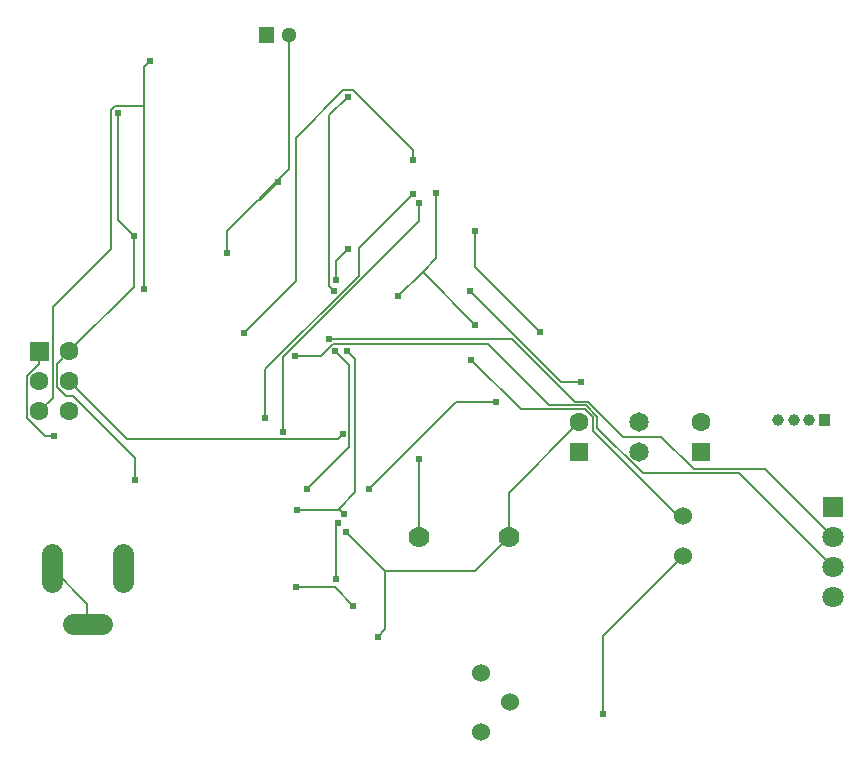
<source format=gbl>
G04 Layer: BottomLayer*
G04 EasyEDA v6.4.7, 2020-10-11T20:05:18--4:00*
G04 e6b0d2e49f2c434995fed72e9f85cac0,1eb4b4baf0c945e885b29d49d8d6ac6e,10*
G04 Gerber Generator version 0.2*
G04 Scale: 100 percent, Rotated: No, Reflected: No *
G04 Dimensions in millimeters *
G04 leading zeros omitted , absolute positions ,3 integer and 3 decimal *
%FSLAX33Y33*%
%MOMM*%
G90*
D02*

%ADD11C,0.159995*%
%ADD16C,0.610006*%
%ADD35C,0.999998*%
%ADD36C,1.524000*%
%ADD37C,1.778000*%
%ADD39C,1.299997*%
%ADD40R,1.799996X1.799996*%
%ADD41C,1.799996*%
%ADD42R,1.599997X1.524000*%
%ADD43C,1.599997*%
%ADD44C,1.651000*%

%LPD*%
G54D11*
G01X9290Y56910D02*
G01X9290Y47799D01*
G01X10631Y46458D01*
G01X10631Y46458D02*
G01X10631Y42127D01*
G01X5209Y36705D01*
G01X10725Y25798D02*
G01X10725Y27644D01*
G01X5475Y32895D01*
G01X4927Y32895D01*
G01X4147Y33672D01*
G01X4147Y35643D01*
G01X5209Y36705D01*
G01X57152Y19382D02*
G01X50352Y12582D01*
G01X50352Y5968D01*
G01X21360Y49554D02*
G01X22864Y51058D01*
G01X18566Y45066D02*
G01X18566Y46933D01*
G01X21188Y49554D01*
G01X21360Y49554D01*
G01X23811Y63502D02*
G01X23811Y52178D01*
G01X21360Y49727D01*
G01X21360Y49554D01*
G01X39514Y46882D02*
G01X39514Y43822D01*
G01X45028Y38307D01*
G01X31960Y18129D02*
G01X28653Y21437D01*
G01X31304Y12557D02*
G01X31960Y13215D01*
G01X31960Y18129D01*
G01X42409Y20957D02*
G01X39582Y18129D01*
G01X31960Y18129D01*
G01X42409Y20957D02*
G01X42409Y24756D01*
G01X48389Y30736D01*
G01X3733Y18353D02*
G01X6733Y15353D01*
G01X6733Y13654D01*
G01X11505Y57494D02*
G01X11505Y60776D01*
G01X12028Y61297D01*
G01X11505Y41990D02*
G01X11505Y57494D01*
G01X11505Y57494D02*
G01X9057Y57494D01*
G01X8691Y57131D01*
G01X8691Y45361D01*
G01X3824Y40492D01*
G01X3824Y32780D01*
G01X2669Y31625D01*
G01X57152Y22783D02*
G01X56689Y22783D01*
G01X49521Y29948D01*
G01X49521Y31109D01*
G01X48825Y31807D01*
G01X43400Y31807D01*
G01X39206Y36001D01*
G01X19986Y38251D02*
G01X24360Y42625D01*
G01X24360Y54782D01*
G01X28394Y58813D01*
G01X29184Y58813D01*
G01X34284Y53715D01*
G01X34284Y52905D01*
G01X34299Y50017D02*
G01X29699Y45417D01*
G01X29699Y43088D01*
G01X21800Y35186D01*
G01X21800Y31053D01*
G01X34792Y49227D02*
G01X34792Y47720D01*
G01X23260Y36191D01*
G01X23260Y29862D01*
G01X28767Y58259D02*
G01X27215Y56704D01*
G01X27215Y42211D01*
G01X27621Y41805D01*
G01X41294Y32407D02*
G01X37931Y32407D01*
G01X30568Y25043D01*
G01X35099Y43436D02*
G01X39565Y38973D01*
G01X35099Y43436D02*
G01X36237Y44573D01*
G01X36237Y50139D01*
G01X33034Y41370D02*
G01X35099Y43436D01*
G01X25318Y25046D02*
G01X28917Y28645D01*
G01X28917Y35528D01*
G01X27723Y36722D01*
G01X27761Y42727D02*
G01X27761Y44330D01*
G01X28818Y45384D01*
G01X28025Y23385D02*
G01X29402Y24761D01*
G01X29402Y36052D01*
G01X28711Y36740D01*
G01X24487Y23270D02*
G01X27911Y23270D01*
G01X28025Y23385D01*
G01X28025Y23385D02*
G01X28475Y22935D01*
G01X39123Y41805D02*
G01X46788Y34139D01*
G01X48531Y34139D01*
G01X24347Y16743D02*
G01X27657Y16743D01*
G01X29227Y15173D01*
G01X27771Y17401D02*
G01X27771Y22028D01*
G01X27911Y22171D01*
G01X5209Y34165D02*
G01X10090Y29283D01*
G01X27911Y29283D01*
G01X28371Y29742D01*
G01X2669Y36705D02*
G01X2669Y35663D01*
G01X2669Y35663D02*
G01X1619Y34612D01*
G01X1619Y31104D01*
G01X3171Y29552D01*
G01X3926Y29552D01*
G01X27174Y37756D02*
G01X42714Y37756D01*
G01X48018Y32453D01*
G01X49092Y32453D01*
G01X52079Y29466D01*
G01X55305Y29466D01*
G01X58046Y26725D01*
G01X64083Y26725D01*
G01X69852Y20957D01*
G01X34810Y20957D02*
G01X34810Y27596D01*
G01X24317Y36331D02*
G01X26524Y36331D01*
G01X27482Y37289D01*
G01X40619Y37289D01*
G01X45775Y32130D01*
G01X48960Y32130D01*
G01X49897Y31190D01*
G01X49897Y30243D01*
G01X53738Y26402D01*
G01X61866Y26402D01*
G01X69852Y18417D01*
G36*
G01X68635Y31363D02*
G01X69635Y31363D01*
G01X69635Y30363D01*
G01X68635Y30363D01*
G01X68635Y31363D01*
G37*
G54D35*
G01X67834Y30863D03*
G01X66535Y30863D03*
G01X65235Y30863D03*
G54D36*
G01X42526Y6986D03*
G01X40027Y4486D03*
G01X40027Y9486D03*
G54D37*
G01X34810Y20957D03*
G01X42409Y20957D03*
G54D36*
G01X57152Y22783D03*
G01X57152Y19383D03*
G36*
G01X21261Y64152D02*
G01X22562Y64152D01*
G01X22562Y62851D01*
G01X21261Y62851D01*
G01X21261Y64152D01*
G37*
G54D39*
G01X23811Y63502D03*
G54D40*
G01X69852Y23497D03*
G54D41*
G01X69852Y20957D03*
G01X69852Y18417D03*
G01X69852Y15877D03*
G54D42*
G01X48389Y28196D03*
G54D43*
G01X48389Y30736D03*
G54D44*
G01X53469Y28196D03*
G01X53469Y30736D03*
G54D42*
G01X58676Y28196D03*
G54D43*
G01X58676Y30736D03*
G01X5209Y31625D03*
G01X2669Y31625D03*
G01X5209Y34165D03*
G01X2669Y34165D03*
G01X5209Y36705D03*
G36*
G01X1869Y37505D02*
G01X3469Y37505D01*
G01X3469Y35905D01*
G01X1869Y35905D01*
G01X1869Y37505D01*
G37*
G54D16*
G01X10631Y46458D03*
G01X9290Y56910D03*
G01X10725Y25798D03*
G01X50352Y5968D03*
G01X22864Y51058D03*
G01X39514Y46882D03*
G01X45028Y38307D03*
G01X28653Y21437D03*
G01X18566Y45066D03*
G01X31304Y12557D03*
G01X12028Y61297D03*
G01X11505Y41990D03*
G01X39206Y36001D03*
G01X34284Y52905D03*
G01X19986Y38251D03*
G01X34299Y50017D03*
G01X21800Y31053D03*
G01X34792Y49227D03*
G01X23260Y29862D03*
G01X27621Y41805D03*
G01X28767Y58259D03*
G01X30568Y25043D03*
G01X41294Y32407D03*
G01X39565Y38973D03*
G01X33034Y41370D03*
G01X36237Y50139D03*
G01X25318Y25046D03*
G01X27723Y36722D03*
G01X28818Y45384D03*
G01X27761Y42727D03*
G01X28711Y36740D03*
G01X24487Y23270D03*
G01X28475Y22935D03*
G01X39123Y41805D03*
G01X48531Y34139D03*
G01X29227Y15173D03*
G01X24347Y16743D03*
G01X27911Y22171D03*
G01X27771Y17401D03*
G01X28371Y29742D03*
G01X3926Y29552D03*
G01X27174Y37756D03*
G01X34810Y27596D03*
G01X24317Y36331D03*
G54D41*
G01X9732Y19554D02*
G01X9732Y17154D01*
G01X3733Y17154D02*
G01X3733Y19554D01*
G01X7933Y13653D02*
G01X5533Y13653D01*
M00*
M02*

</source>
